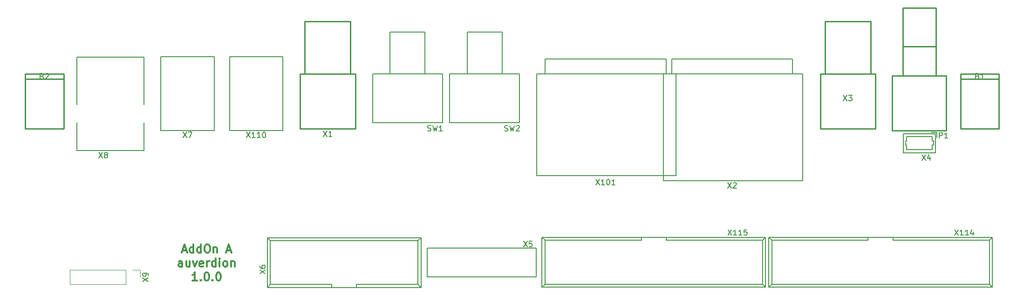
<source format=gto>
G04 #@! TF.GenerationSoftware,KiCad,Pcbnew,(5.1.0-0)*
G04 #@! TF.CreationDate,2019-11-06T10:26:04+01:00*
G04 #@! TF.ProjectId,AddOnA,4164644f-6e41-42e6-9b69-6361645f7063,rev?*
G04 #@! TF.SameCoordinates,Original*
G04 #@! TF.FileFunction,Legend,Top*
G04 #@! TF.FilePolarity,Positive*
%FSLAX46Y46*%
G04 Gerber Fmt 4.6, Leading zero omitted, Abs format (unit mm)*
G04 Created by KiCad (PCBNEW (5.1.0-0)) date 2019-11-06 10:26:04*
%MOMM*%
%LPD*%
G04 APERTURE LIST*
%ADD10C,0.300000*%
%ADD11C,0.254000*%
%ADD12C,0.120000*%
%ADD13C,0.150000*%
G04 APERTURE END LIST*
D10*
X35107142Y57800000D02*
X35821428Y57800000D01*
X34964285Y57371428D02*
X35464285Y58871428D01*
X35964285Y57371428D01*
X37107142Y57371428D02*
X37107142Y58871428D01*
X37107142Y57442857D02*
X36964285Y57371428D01*
X36678571Y57371428D01*
X36535714Y57442857D01*
X36464285Y57514285D01*
X36392857Y57657142D01*
X36392857Y58085714D01*
X36464285Y58228571D01*
X36535714Y58300000D01*
X36678571Y58371428D01*
X36964285Y58371428D01*
X37107142Y58300000D01*
X38464285Y57371428D02*
X38464285Y58871428D01*
X38464285Y57442857D02*
X38321428Y57371428D01*
X38035714Y57371428D01*
X37892857Y57442857D01*
X37821428Y57514285D01*
X37750000Y57657142D01*
X37750000Y58085714D01*
X37821428Y58228571D01*
X37892857Y58300000D01*
X38035714Y58371428D01*
X38321428Y58371428D01*
X38464285Y58300000D01*
X39464285Y58871428D02*
X39750000Y58871428D01*
X39892857Y58800000D01*
X40035714Y58657142D01*
X40107142Y58371428D01*
X40107142Y57871428D01*
X40035714Y57585714D01*
X39892857Y57442857D01*
X39750000Y57371428D01*
X39464285Y57371428D01*
X39321428Y57442857D01*
X39178571Y57585714D01*
X39107142Y57871428D01*
X39107142Y58371428D01*
X39178571Y58657142D01*
X39321428Y58800000D01*
X39464285Y58871428D01*
X40750000Y58371428D02*
X40750000Y57371428D01*
X40750000Y58228571D02*
X40821428Y58300000D01*
X40964285Y58371428D01*
X41178571Y58371428D01*
X41321428Y58300000D01*
X41392857Y58157142D01*
X41392857Y57371428D01*
X43178571Y57800000D02*
X43892857Y57800000D01*
X43035714Y57371428D02*
X43535714Y58871428D01*
X44035714Y57371428D01*
X35071428Y54821428D02*
X35071428Y55607142D01*
X34999999Y55750000D01*
X34857142Y55821428D01*
X34571428Y55821428D01*
X34428571Y55750000D01*
X35071428Y54892857D02*
X34928571Y54821428D01*
X34571428Y54821428D01*
X34428571Y54892857D01*
X34357142Y55035714D01*
X34357142Y55178571D01*
X34428571Y55321428D01*
X34571428Y55392857D01*
X34928571Y55392857D01*
X35071428Y55464285D01*
X36428571Y55821428D02*
X36428571Y54821428D01*
X35785714Y55821428D02*
X35785714Y55035714D01*
X35857142Y54892857D01*
X35999999Y54821428D01*
X36214285Y54821428D01*
X36357142Y54892857D01*
X36428571Y54964285D01*
X36999999Y55821428D02*
X37357142Y54821428D01*
X37714285Y55821428D01*
X38857142Y54892857D02*
X38714285Y54821428D01*
X38428571Y54821428D01*
X38285714Y54892857D01*
X38214285Y55035714D01*
X38214285Y55607142D01*
X38285714Y55750000D01*
X38428571Y55821428D01*
X38714285Y55821428D01*
X38857142Y55750000D01*
X38928571Y55607142D01*
X38928571Y55464285D01*
X38214285Y55321428D01*
X39571428Y54821428D02*
X39571428Y55821428D01*
X39571428Y55535714D02*
X39642857Y55678571D01*
X39714285Y55750000D01*
X39857142Y55821428D01*
X39999999Y55821428D01*
X41142857Y54821428D02*
X41142857Y56321428D01*
X41142857Y54892857D02*
X40999999Y54821428D01*
X40714285Y54821428D01*
X40571428Y54892857D01*
X40499999Y54964285D01*
X40428571Y55107142D01*
X40428571Y55535714D01*
X40499999Y55678571D01*
X40571428Y55750000D01*
X40714285Y55821428D01*
X40999999Y55821428D01*
X41142857Y55750000D01*
X41857142Y54821428D02*
X41857142Y55821428D01*
X41857142Y56321428D02*
X41785714Y56250000D01*
X41857142Y56178571D01*
X41928571Y56250000D01*
X41857142Y56321428D01*
X41857142Y56178571D01*
X42785714Y54821428D02*
X42642857Y54892857D01*
X42571428Y54964285D01*
X42500000Y55107142D01*
X42500000Y55535714D01*
X42571428Y55678571D01*
X42642857Y55750000D01*
X42785714Y55821428D01*
X43000000Y55821428D01*
X43142857Y55750000D01*
X43214285Y55678571D01*
X43285714Y55535714D01*
X43285714Y55107142D01*
X43214285Y54964285D01*
X43142857Y54892857D01*
X43000000Y54821428D01*
X42785714Y54821428D01*
X43928571Y55821428D02*
X43928571Y54821428D01*
X43928571Y55678571D02*
X44000000Y55750000D01*
X44142857Y55821428D01*
X44357142Y55821428D01*
X44500000Y55750000D01*
X44571428Y55607142D01*
X44571428Y54821428D01*
X37785714Y52271428D02*
X36928571Y52271428D01*
X37357142Y52271428D02*
X37357142Y53771428D01*
X37214285Y53557142D01*
X37071428Y53414285D01*
X36928571Y53342857D01*
X38428571Y52414285D02*
X38500000Y52342857D01*
X38428571Y52271428D01*
X38357142Y52342857D01*
X38428571Y52414285D01*
X38428571Y52271428D01*
X39428571Y53771428D02*
X39571428Y53771428D01*
X39714285Y53700000D01*
X39785714Y53628571D01*
X39857142Y53485714D01*
X39928571Y53200000D01*
X39928571Y52842857D01*
X39857142Y52557142D01*
X39785714Y52414285D01*
X39714285Y52342857D01*
X39571428Y52271428D01*
X39428571Y52271428D01*
X39285714Y52342857D01*
X39214285Y52414285D01*
X39142857Y52557142D01*
X39071428Y52842857D01*
X39071428Y53200000D01*
X39142857Y53485714D01*
X39214285Y53628571D01*
X39285714Y53700000D01*
X39428571Y53771428D01*
X40571428Y52414285D02*
X40642857Y52342857D01*
X40571428Y52271428D01*
X40500000Y52342857D01*
X40571428Y52414285D01*
X40571428Y52271428D01*
X41571428Y53771428D02*
X41714285Y53771428D01*
X41857142Y53700000D01*
X41928571Y53628571D01*
X42000000Y53485714D01*
X42071428Y53200000D01*
X42071428Y52842857D01*
X42000000Y52557142D01*
X41928571Y52414285D01*
X41857142Y52342857D01*
X41714285Y52271428D01*
X41571428Y52271428D01*
X41428571Y52342857D01*
X41357142Y52414285D01*
X41285714Y52557142D01*
X41214285Y52842857D01*
X41214285Y53200000D01*
X41285714Y53485714D01*
X41357142Y53628571D01*
X41428571Y53700000D01*
X41571428Y53771428D01*
D11*
X6500000Y89000000D02*
X13500000Y89000000D01*
X13500000Y90000000D02*
X6500000Y90000000D01*
X13500000Y80000000D02*
X13500000Y90000000D01*
X6500000Y80000000D02*
X13500000Y80000000D01*
X6500000Y90000000D02*
X6500000Y80000000D01*
X176500000Y89000000D02*
X183500000Y89000000D01*
X183500000Y90000000D02*
X176500000Y90000000D01*
X183500000Y80000000D02*
X183500000Y90000000D01*
X176500000Y80000000D02*
X183500000Y80000000D01*
X176500000Y90000000D02*
X176500000Y80000000D01*
D12*
X27430000Y54230000D02*
X27430000Y52900000D01*
X26100000Y54230000D02*
X27430000Y54230000D01*
X24830000Y54230000D02*
X24830000Y51570000D01*
X24830000Y51570000D02*
X14610000Y51570000D01*
X24830000Y54230000D02*
X14610000Y54230000D01*
X14610000Y54230000D02*
X14610000Y51570000D01*
D13*
X82350000Y90000000D02*
X69650000Y90000000D01*
X69650000Y90000000D02*
X69650000Y81110000D01*
X69650000Y81110000D02*
X82350000Y81110000D01*
X82350000Y81110000D02*
X82350000Y90000000D01*
X72825000Y90000000D02*
X72825000Y97620000D01*
X72825000Y97620000D02*
X79175000Y97620000D01*
X79175000Y97620000D02*
X79175000Y90000000D01*
X31150000Y79610000D02*
X40850000Y79610000D01*
X40850000Y79610000D02*
X40850000Y93110000D01*
X40850000Y93100000D02*
X31150000Y93100000D01*
X31150000Y93110000D02*
X31150000Y79610000D01*
X43650000Y79610000D02*
X53350000Y79610000D01*
X53350000Y79610000D02*
X53350000Y93110000D01*
X53350000Y93100000D02*
X43650000Y93100000D01*
X43650000Y93110000D02*
X43650000Y79610000D01*
X99500000Y90000000D02*
X99500000Y71400000D01*
X99500000Y71400000D02*
X124800000Y71400000D01*
X124800000Y71400000D02*
X124800000Y90000000D01*
X124800000Y90000000D02*
X99500000Y90000000D01*
X101000000Y90000000D02*
X101000000Y92700000D01*
X101000000Y92700000D02*
X123000000Y92700000D01*
X123000000Y92700000D02*
X123000000Y90000000D01*
X28066000Y75968000D02*
X15874000Y75968000D01*
X15874000Y92986000D02*
X28066000Y92986000D01*
X15874000Y75968000D02*
X15874000Y81048000D01*
X15874000Y84350000D02*
X15874000Y92986000D01*
X28066000Y75968000D02*
X28066000Y81048000D01*
X28066000Y84350000D02*
X28066000Y92986000D01*
X172200000Y79325000D02*
X171200000Y79325000D01*
X172200000Y79325000D02*
X172200000Y78325000D01*
X166700000Y76125000D02*
X169050000Y76125000D01*
X166700000Y77000000D02*
X166700000Y76125000D01*
X166500000Y77000000D02*
X166700000Y77000000D01*
X166500000Y77800000D02*
X166500000Y77000000D01*
X166700000Y77800000D02*
X166500000Y77800000D01*
X166700000Y78525000D02*
X166700000Y77800000D01*
X169050000Y78525000D02*
X166700000Y78525000D01*
X171400000Y76125000D02*
X169050000Y76125000D01*
X171400000Y77000000D02*
X171400000Y76125000D01*
X171600000Y77000000D02*
X171400000Y77000000D01*
X171600000Y77800000D02*
X171600000Y77000000D01*
X171400000Y77800000D02*
X171600000Y77800000D01*
X171400000Y78525000D02*
X171400000Y77800000D01*
X169050000Y78525000D02*
X171400000Y78525000D01*
X166150000Y75575000D02*
X171950000Y75575000D01*
X166150000Y79075000D02*
X166150000Y75575000D01*
X171950000Y79075000D02*
X166150000Y79075000D01*
X171950000Y75575000D02*
X171950000Y79075000D01*
D11*
X151000000Y90000000D02*
X161000000Y90000000D01*
X161000000Y90000000D02*
X161000000Y80000000D01*
X161000000Y80000000D02*
X151000000Y80000000D01*
X151000000Y80000000D02*
X151000000Y90000000D01*
X151850000Y90000000D02*
X151850000Y99500000D01*
X151850000Y99500000D02*
X160150000Y99500000D01*
X160150000Y99500000D02*
X160150000Y90000000D01*
D13*
X122500000Y90000000D02*
X122500000Y70500000D01*
X122500000Y70500000D02*
X147800000Y70500000D01*
X147800000Y70500000D02*
X147800000Y90000000D01*
X147800000Y90000000D02*
X122500000Y90000000D01*
X124000000Y90000000D02*
X124000000Y92700000D01*
X124000000Y92700000D02*
X146000000Y92700000D01*
X146000000Y92700000D02*
X146000000Y90000000D01*
X96350000Y90000000D02*
X83650000Y90000000D01*
X83650000Y90000000D02*
X83650000Y81110000D01*
X83650000Y81110000D02*
X96350000Y81110000D01*
X96350000Y81110000D02*
X96350000Y90000000D01*
X86825000Y90000000D02*
X86825000Y97620000D01*
X86825000Y97620000D02*
X93175000Y97620000D01*
X93175000Y97620000D02*
X93175000Y90000000D01*
D11*
X172000000Y95000000D02*
X166000000Y95000000D01*
X172000000Y102000000D02*
X172000000Y89600000D01*
X166000000Y102000000D02*
X166000000Y89600000D01*
X172000000Y102000000D02*
X166000000Y102000000D01*
X173900000Y79600000D02*
X164100000Y79600000D01*
X164100000Y79600000D02*
X164100000Y89600000D01*
X164100000Y89600000D02*
X173900000Y89600000D01*
X173900000Y89600000D02*
X173900000Y79600000D01*
D13*
X78460000Y51020000D02*
X77900000Y51570000D01*
X50520000Y51020000D02*
X51060000Y51570000D01*
X78460000Y60120000D02*
X77900000Y59570000D01*
X50520000Y60120000D02*
X51060000Y59570000D01*
X77900000Y59570000D02*
X77900000Y51570000D01*
X78460000Y60120000D02*
X78460000Y51020000D01*
X51060000Y59570000D02*
X51060000Y51570000D01*
X50520000Y60120000D02*
X50520000Y51020000D01*
X66740000Y51570000D02*
X66740000Y51020000D01*
X62240000Y51570000D02*
X62240000Y51020000D01*
X66740000Y51570000D02*
X77900000Y51570000D01*
X51060000Y51570000D02*
X62240000Y51570000D01*
X50520000Y51020000D02*
X78460000Y51020000D01*
X51060000Y59570000D02*
X77900000Y59570000D01*
X50520000Y60120000D02*
X78460000Y60120000D01*
X141640000Y60180000D02*
X142200000Y59630000D01*
X182280000Y60180000D02*
X181740000Y59630000D01*
X141640000Y51080000D02*
X142200000Y51630000D01*
X182280000Y51080000D02*
X181740000Y51630000D01*
X142200000Y51630000D02*
X142200000Y59630000D01*
X141640000Y51080000D02*
X141640000Y60180000D01*
X181740000Y51630000D02*
X181740000Y59630000D01*
X182280000Y51080000D02*
X182280000Y60180000D01*
X159710000Y59630000D02*
X159710000Y60180000D01*
X164210000Y59630000D02*
X164210000Y60180000D01*
X159710000Y59630000D02*
X142200000Y59630000D01*
X181740000Y59630000D02*
X164210000Y59630000D01*
X182280000Y60180000D02*
X141640000Y60180000D01*
X181740000Y51630000D02*
X142200000Y51630000D01*
X182280000Y51080000D02*
X141640000Y51080000D01*
X141080000Y51080000D02*
X100440000Y51080000D01*
X140540000Y51630000D02*
X101000000Y51630000D01*
X141080000Y60180000D02*
X100440000Y60180000D01*
X140540000Y59630000D02*
X123010000Y59630000D01*
X118510000Y59630000D02*
X101000000Y59630000D01*
X123010000Y59630000D02*
X123010000Y60180000D01*
X118510000Y59630000D02*
X118510000Y60180000D01*
X141080000Y51080000D02*
X141080000Y60180000D01*
X140540000Y51630000D02*
X140540000Y59630000D01*
X100440000Y51080000D02*
X100440000Y60180000D01*
X101000000Y51630000D02*
X101000000Y59630000D01*
X141080000Y51080000D02*
X140540000Y51630000D01*
X100440000Y51080000D02*
X101000000Y51630000D01*
X141080000Y60180000D02*
X140540000Y59630000D01*
X100440000Y60180000D02*
X101000000Y59630000D01*
D11*
X65650000Y99500000D02*
X65650000Y90000000D01*
X57350000Y99500000D02*
X65650000Y99500000D01*
X57350000Y90000000D02*
X57350000Y99500000D01*
X56500000Y80000000D02*
X56500000Y90000000D01*
X66500000Y80000000D02*
X56500000Y80000000D01*
X66500000Y90000000D02*
X66500000Y80000000D01*
X56500000Y90000000D02*
X66500000Y90000000D01*
D13*
X79570000Y53000000D02*
X79570000Y58200000D01*
X99430000Y53000000D02*
X79570000Y53000000D01*
X99430000Y58200000D02*
X99430000Y53000000D01*
X79570000Y58200000D02*
X99430000Y58200000D01*
X9595238Y89571428D02*
X9738095Y89523809D01*
X9785714Y89476190D01*
X9833333Y89380952D01*
X9833333Y89238095D01*
X9785714Y89142857D01*
X9738095Y89095238D01*
X9642857Y89047619D01*
X9261904Y89047619D01*
X9261904Y90047619D01*
X9595238Y90047619D01*
X9690476Y90000000D01*
X9738095Y89952380D01*
X9785714Y89857142D01*
X9785714Y89761904D01*
X9738095Y89666666D01*
X9690476Y89619047D01*
X9595238Y89571428D01*
X9261904Y89571428D01*
X10214285Y89952380D02*
X10261904Y90000000D01*
X10357142Y90047619D01*
X10595238Y90047619D01*
X10690476Y90000000D01*
X10738095Y89952380D01*
X10785714Y89857142D01*
X10785714Y89761904D01*
X10738095Y89619047D01*
X10166666Y89047619D01*
X10785714Y89047619D01*
X179595238Y89571428D02*
X179738095Y89523809D01*
X179785714Y89476190D01*
X179833333Y89380952D01*
X179833333Y89238095D01*
X179785714Y89142857D01*
X179738095Y89095238D01*
X179642857Y89047619D01*
X179261904Y89047619D01*
X179261904Y90047619D01*
X179595238Y90047619D01*
X179690476Y90000000D01*
X179738095Y89952380D01*
X179785714Y89857142D01*
X179785714Y89761904D01*
X179738095Y89666666D01*
X179690476Y89619047D01*
X179595238Y89571428D01*
X179261904Y89571428D01*
X180785714Y89047619D02*
X180214285Y89047619D01*
X180500000Y89047619D02*
X180500000Y90047619D01*
X180404761Y89904761D01*
X180309523Y89809523D01*
X180214285Y89761904D01*
X27882380Y52090476D02*
X28882380Y52757142D01*
X27882380Y52757142D02*
X28882380Y52090476D01*
X28882380Y53185714D02*
X28882380Y53376190D01*
X28834761Y53471428D01*
X28787142Y53519047D01*
X28644285Y53614285D01*
X28453809Y53661904D01*
X28072857Y53661904D01*
X27977619Y53614285D01*
X27930000Y53566666D01*
X27882380Y53471428D01*
X27882380Y53280952D01*
X27930000Y53185714D01*
X27977619Y53138095D01*
X28072857Y53090476D01*
X28310952Y53090476D01*
X28406190Y53138095D01*
X28453809Y53185714D01*
X28501428Y53280952D01*
X28501428Y53471428D01*
X28453809Y53566666D01*
X28406190Y53614285D01*
X28310952Y53661904D01*
X79666666Y79595238D02*
X79809523Y79547619D01*
X80047619Y79547619D01*
X80142857Y79595238D01*
X80190476Y79642857D01*
X80238095Y79738095D01*
X80238095Y79833333D01*
X80190476Y79928571D01*
X80142857Y79976190D01*
X80047619Y80023809D01*
X79857142Y80071428D01*
X79761904Y80119047D01*
X79714285Y80166666D01*
X79666666Y80261904D01*
X79666666Y80357142D01*
X79714285Y80452380D01*
X79761904Y80500000D01*
X79857142Y80547619D01*
X80095238Y80547619D01*
X80238095Y80500000D01*
X80571428Y80547619D02*
X80809523Y79547619D01*
X81000000Y80261904D01*
X81190476Y79547619D01*
X81428571Y80547619D01*
X82333333Y79547619D02*
X81761904Y79547619D01*
X82047619Y79547619D02*
X82047619Y80547619D01*
X81952380Y80404761D01*
X81857142Y80309523D01*
X81761904Y80261904D01*
X35190476Y79347619D02*
X35857142Y78347619D01*
X35857142Y79347619D02*
X35190476Y78347619D01*
X36142857Y79347619D02*
X36809523Y79347619D01*
X36380952Y78347619D01*
X46738095Y79347619D02*
X47404761Y78347619D01*
X47404761Y79347619D02*
X46738095Y78347619D01*
X48309523Y78347619D02*
X47738095Y78347619D01*
X48023809Y78347619D02*
X48023809Y79347619D01*
X47928571Y79204761D01*
X47833333Y79109523D01*
X47738095Y79061904D01*
X49261904Y78347619D02*
X48690476Y78347619D01*
X48976190Y78347619D02*
X48976190Y79347619D01*
X48880952Y79204761D01*
X48785714Y79109523D01*
X48690476Y79061904D01*
X49880952Y79347619D02*
X49976190Y79347619D01*
X50071428Y79300000D01*
X50119047Y79252380D01*
X50166666Y79157142D01*
X50214285Y78966666D01*
X50214285Y78728571D01*
X50166666Y78538095D01*
X50119047Y78442857D01*
X50071428Y78395238D01*
X49976190Y78347619D01*
X49880952Y78347619D01*
X49785714Y78395238D01*
X49738095Y78442857D01*
X49690476Y78538095D01*
X49642857Y78728571D01*
X49642857Y78966666D01*
X49690476Y79157142D01*
X49738095Y79252380D01*
X49785714Y79300000D01*
X49880952Y79347619D01*
X110238095Y70747619D02*
X110904761Y69747619D01*
X110904761Y70747619D02*
X110238095Y69747619D01*
X111809523Y69747619D02*
X111238095Y69747619D01*
X111523809Y69747619D02*
X111523809Y70747619D01*
X111428571Y70604761D01*
X111333333Y70509523D01*
X111238095Y70461904D01*
X112428571Y70747619D02*
X112523809Y70747619D01*
X112619047Y70700000D01*
X112666666Y70652380D01*
X112714285Y70557142D01*
X112761904Y70366666D01*
X112761904Y70128571D01*
X112714285Y69938095D01*
X112666666Y69842857D01*
X112619047Y69795238D01*
X112523809Y69747619D01*
X112428571Y69747619D01*
X112333333Y69795238D01*
X112285714Y69842857D01*
X112238095Y69938095D01*
X112190476Y70128571D01*
X112190476Y70366666D01*
X112238095Y70557142D01*
X112285714Y70652380D01*
X112333333Y70700000D01*
X112428571Y70747619D01*
X113714285Y69747619D02*
X113142857Y69747619D01*
X113428571Y69747619D02*
X113428571Y70747619D01*
X113333333Y70604761D01*
X113238095Y70509523D01*
X113142857Y70461904D01*
X19890476Y75647619D02*
X20557142Y74647619D01*
X20557142Y75647619D02*
X19890476Y74647619D01*
X21080952Y75219047D02*
X20985714Y75266666D01*
X20938095Y75314285D01*
X20890476Y75409523D01*
X20890476Y75457142D01*
X20938095Y75552380D01*
X20985714Y75600000D01*
X21080952Y75647619D01*
X21271428Y75647619D01*
X21366666Y75600000D01*
X21414285Y75552380D01*
X21461904Y75457142D01*
X21461904Y75409523D01*
X21414285Y75314285D01*
X21366666Y75266666D01*
X21271428Y75219047D01*
X21080952Y75219047D01*
X20985714Y75171428D01*
X20938095Y75123809D01*
X20890476Y75028571D01*
X20890476Y74838095D01*
X20938095Y74742857D01*
X20985714Y74695238D01*
X21080952Y74647619D01*
X21271428Y74647619D01*
X21366666Y74695238D01*
X21414285Y74742857D01*
X21461904Y74838095D01*
X21461904Y75028571D01*
X21414285Y75123809D01*
X21366666Y75171428D01*
X21271428Y75219047D01*
X169490476Y75247619D02*
X170157142Y74247619D01*
X170157142Y75247619D02*
X169490476Y74247619D01*
X170966666Y74914285D02*
X170966666Y74247619D01*
X170728571Y75295238D02*
X170490476Y74580952D01*
X171109523Y74580952D01*
X155190476Y86047619D02*
X155857142Y85047619D01*
X155857142Y86047619D02*
X155190476Y85047619D01*
X156142857Y86047619D02*
X156761904Y86047619D01*
X156428571Y85666666D01*
X156571428Y85666666D01*
X156666666Y85619047D01*
X156714285Y85571428D01*
X156761904Y85476190D01*
X156761904Y85238095D01*
X156714285Y85142857D01*
X156666666Y85095238D01*
X156571428Y85047619D01*
X156285714Y85047619D01*
X156190476Y85095238D01*
X156142857Y85142857D01*
X134190476Y70147619D02*
X134857142Y69147619D01*
X134857142Y70147619D02*
X134190476Y69147619D01*
X135190476Y70052380D02*
X135238095Y70100000D01*
X135333333Y70147619D01*
X135571428Y70147619D01*
X135666666Y70100000D01*
X135714285Y70052380D01*
X135761904Y69957142D01*
X135761904Y69861904D01*
X135714285Y69719047D01*
X135142857Y69147619D01*
X135761904Y69147619D01*
X93666666Y79595238D02*
X93809523Y79547619D01*
X94047619Y79547619D01*
X94142857Y79595238D01*
X94190476Y79642857D01*
X94238095Y79738095D01*
X94238095Y79833333D01*
X94190476Y79928571D01*
X94142857Y79976190D01*
X94047619Y80023809D01*
X93857142Y80071428D01*
X93761904Y80119047D01*
X93714285Y80166666D01*
X93666666Y80261904D01*
X93666666Y80357142D01*
X93714285Y80452380D01*
X93761904Y80500000D01*
X93857142Y80547619D01*
X94095238Y80547619D01*
X94238095Y80500000D01*
X94571428Y80547619D02*
X94809523Y79547619D01*
X95000000Y80261904D01*
X95190476Y79547619D01*
X95428571Y80547619D01*
X95761904Y80452380D02*
X95809523Y80500000D01*
X95904761Y80547619D01*
X96142857Y80547619D01*
X96238095Y80500000D01*
X96285714Y80452380D01*
X96333333Y80357142D01*
X96333333Y80261904D01*
X96285714Y80119047D01*
X95714285Y79547619D01*
X96333333Y79547619D01*
X172661904Y78247619D02*
X172661904Y79247619D01*
X173042857Y79247619D01*
X173138095Y79200000D01*
X173185714Y79152380D01*
X173233333Y79057142D01*
X173233333Y78914285D01*
X173185714Y78819047D01*
X173138095Y78771428D01*
X173042857Y78723809D01*
X172661904Y78723809D01*
X174185714Y78247619D02*
X173614285Y78247619D01*
X173900000Y78247619D02*
X173900000Y79247619D01*
X173804761Y79104761D01*
X173709523Y79009523D01*
X173614285Y78961904D01*
X49152380Y53530476D02*
X50152380Y54197142D01*
X49152380Y54197142D02*
X50152380Y53530476D01*
X49152380Y55006666D02*
X49152380Y54816190D01*
X49200000Y54720952D01*
X49247619Y54673333D01*
X49390476Y54578095D01*
X49580952Y54530476D01*
X49961904Y54530476D01*
X50057142Y54578095D01*
X50104761Y54625714D01*
X50152380Y54720952D01*
X50152380Y54911428D01*
X50104761Y55006666D01*
X50057142Y55054285D01*
X49961904Y55101904D01*
X49723809Y55101904D01*
X49628571Y55054285D01*
X49580952Y55006666D01*
X49533333Y54911428D01*
X49533333Y54720952D01*
X49580952Y54625714D01*
X49628571Y54578095D01*
X49723809Y54530476D01*
X175438095Y61547619D02*
X176104761Y60547619D01*
X176104761Y61547619D02*
X175438095Y60547619D01*
X177009523Y60547619D02*
X176438095Y60547619D01*
X176723809Y60547619D02*
X176723809Y61547619D01*
X176628571Y61404761D01*
X176533333Y61309523D01*
X176438095Y61261904D01*
X177961904Y60547619D02*
X177390476Y60547619D01*
X177676190Y60547619D02*
X177676190Y61547619D01*
X177580952Y61404761D01*
X177485714Y61309523D01*
X177390476Y61261904D01*
X178819047Y61214285D02*
X178819047Y60547619D01*
X178580952Y61595238D02*
X178342857Y60880952D01*
X178961904Y60880952D01*
X134238095Y61547619D02*
X134904761Y60547619D01*
X134904761Y61547619D02*
X134238095Y60547619D01*
X135809523Y60547619D02*
X135238095Y60547619D01*
X135523809Y60547619D02*
X135523809Y61547619D01*
X135428571Y61404761D01*
X135333333Y61309523D01*
X135238095Y61261904D01*
X136761904Y60547619D02*
X136190476Y60547619D01*
X136476190Y60547619D02*
X136476190Y61547619D01*
X136380952Y61404761D01*
X136285714Y61309523D01*
X136190476Y61261904D01*
X137666666Y61547619D02*
X137190476Y61547619D01*
X137142857Y61071428D01*
X137190476Y61119047D01*
X137285714Y61166666D01*
X137523809Y61166666D01*
X137619047Y61119047D01*
X137666666Y61071428D01*
X137714285Y60976190D01*
X137714285Y60738095D01*
X137666666Y60642857D01*
X137619047Y60595238D01*
X137523809Y60547619D01*
X137285714Y60547619D01*
X137190476Y60595238D01*
X137142857Y60642857D01*
X60690476Y79547619D02*
X61357142Y78547619D01*
X61357142Y79547619D02*
X60690476Y78547619D01*
X62261904Y78547619D02*
X61690476Y78547619D01*
X61976190Y78547619D02*
X61976190Y79547619D01*
X61880952Y79404761D01*
X61785714Y79309523D01*
X61690476Y79261904D01*
X97090476Y59447619D02*
X97757142Y58447619D01*
X97757142Y59447619D02*
X97090476Y58447619D01*
X98614285Y59447619D02*
X98138095Y59447619D01*
X98090476Y58971428D01*
X98138095Y59019047D01*
X98233333Y59066666D01*
X98471428Y59066666D01*
X98566666Y59019047D01*
X98614285Y58971428D01*
X98661904Y58876190D01*
X98661904Y58638095D01*
X98614285Y58542857D01*
X98566666Y58495238D01*
X98471428Y58447619D01*
X98233333Y58447619D01*
X98138095Y58495238D01*
X98090476Y58542857D01*
M02*

</source>
